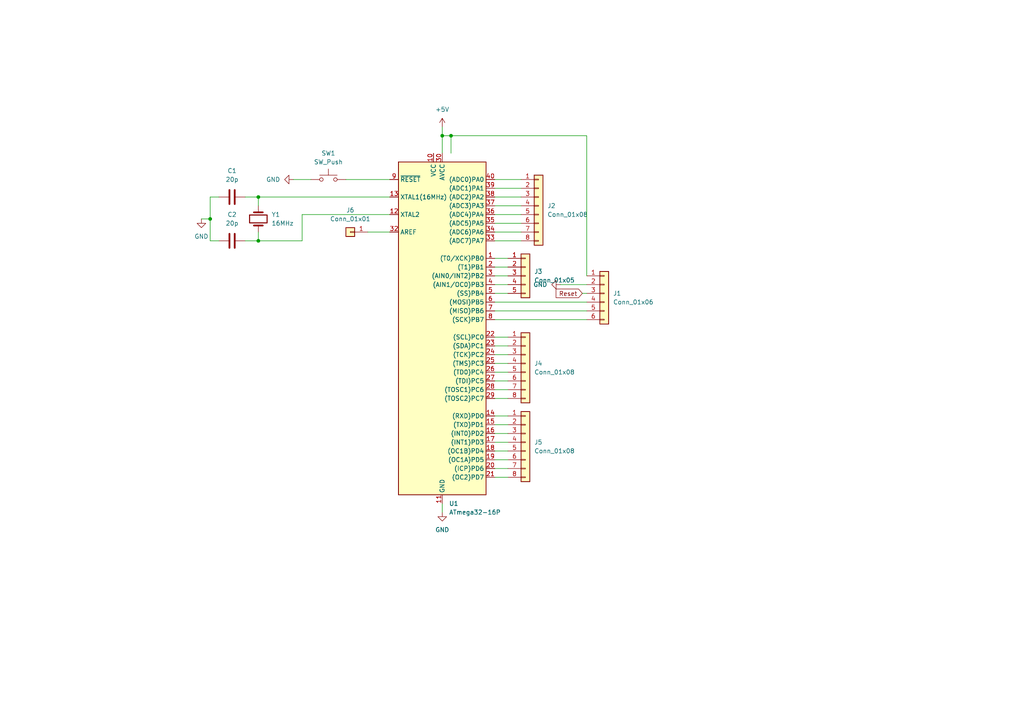
<source format=kicad_sch>
(kicad_sch (version 20230121) (generator eeschema)

  (uuid ebc46bed-920b-4815-bbc6-42b45db4b702)

  (paper "A4")

  (lib_symbols
    (symbol "Connector_Generic:Conn_01x01" (pin_names (offset 1.016) hide) (in_bom yes) (on_board yes)
      (property "Reference" "J" (at 0 2.54 0)
        (effects (font (size 1.27 1.27)))
      )
      (property "Value" "Conn_01x01" (at 0 -2.54 0)
        (effects (font (size 1.27 1.27)))
      )
      (property "Footprint" "" (at 0 0 0)
        (effects (font (size 1.27 1.27)) hide)
      )
      (property "Datasheet" "~" (at 0 0 0)
        (effects (font (size 1.27 1.27)) hide)
      )
      (property "ki_keywords" "connector" (at 0 0 0)
        (effects (font (size 1.27 1.27)) hide)
      )
      (property "ki_description" "Generic connector, single row, 01x01, script generated (kicad-library-utils/schlib/autogen/connector/)" (at 0 0 0)
        (effects (font (size 1.27 1.27)) hide)
      )
      (property "ki_fp_filters" "Connector*:*_1x??_*" (at 0 0 0)
        (effects (font (size 1.27 1.27)) hide)
      )
      (symbol "Conn_01x01_1_1"
        (rectangle (start -1.27 0.127) (end 0 -0.127)
          (stroke (width 0.1524) (type default))
          (fill (type none))
        )
        (rectangle (start -1.27 1.27) (end 1.27 -1.27)
          (stroke (width 0.254) (type default))
          (fill (type background))
        )
        (pin passive line (at -5.08 0 0) (length 3.81)
          (name "Pin_1" (effects (font (size 1.27 1.27))))
          (number "1" (effects (font (size 1.27 1.27))))
        )
      )
    )
    (symbol "Connector_Generic:Conn_01x05" (pin_names (offset 1.016) hide) (in_bom yes) (on_board yes)
      (property "Reference" "J" (at 0 7.62 0)
        (effects (font (size 1.27 1.27)))
      )
      (property "Value" "Conn_01x05" (at 0 -7.62 0)
        (effects (font (size 1.27 1.27)))
      )
      (property "Footprint" "" (at 0 0 0)
        (effects (font (size 1.27 1.27)) hide)
      )
      (property "Datasheet" "~" (at 0 0 0)
        (effects (font (size 1.27 1.27)) hide)
      )
      (property "ki_keywords" "connector" (at 0 0 0)
        (effects (font (size 1.27 1.27)) hide)
      )
      (property "ki_description" "Generic connector, single row, 01x05, script generated (kicad-library-utils/schlib/autogen/connector/)" (at 0 0 0)
        (effects (font (size 1.27 1.27)) hide)
      )
      (property "ki_fp_filters" "Connector*:*_1x??_*" (at 0 0 0)
        (effects (font (size 1.27 1.27)) hide)
      )
      (symbol "Conn_01x05_1_1"
        (rectangle (start -1.27 -4.953) (end 0 -5.207)
          (stroke (width 0.1524) (type default))
          (fill (type none))
        )
        (rectangle (start -1.27 -2.413) (end 0 -2.667)
          (stroke (width 0.1524) (type default))
          (fill (type none))
        )
        (rectangle (start -1.27 0.127) (end 0 -0.127)
          (stroke (width 0.1524) (type default))
          (fill (type none))
        )
        (rectangle (start -1.27 2.667) (end 0 2.413)
          (stroke (width 0.1524) (type default))
          (fill (type none))
        )
        (rectangle (start -1.27 5.207) (end 0 4.953)
          (stroke (width 0.1524) (type default))
          (fill (type none))
        )
        (rectangle (start -1.27 6.35) (end 1.27 -6.35)
          (stroke (width 0.254) (type default))
          (fill (type background))
        )
        (pin passive line (at -5.08 5.08 0) (length 3.81)
          (name "Pin_1" (effects (font (size 1.27 1.27))))
          (number "1" (effects (font (size 1.27 1.27))))
        )
        (pin passive line (at -5.08 2.54 0) (length 3.81)
          (name "Pin_2" (effects (font (size 1.27 1.27))))
          (number "2" (effects (font (size 1.27 1.27))))
        )
        (pin passive line (at -5.08 0 0) (length 3.81)
          (name "Pin_3" (effects (font (size 1.27 1.27))))
          (number "3" (effects (font (size 1.27 1.27))))
        )
        (pin passive line (at -5.08 -2.54 0) (length 3.81)
          (name "Pin_4" (effects (font (size 1.27 1.27))))
          (number "4" (effects (font (size 1.27 1.27))))
        )
        (pin passive line (at -5.08 -5.08 0) (length 3.81)
          (name "Pin_5" (effects (font (size 1.27 1.27))))
          (number "5" (effects (font (size 1.27 1.27))))
        )
      )
    )
    (symbol "Connector_Generic:Conn_01x06" (pin_names (offset 1.016) hide) (in_bom yes) (on_board yes)
      (property "Reference" "J" (at 0 7.62 0)
        (effects (font (size 1.27 1.27)))
      )
      (property "Value" "Conn_01x06" (at 0 -10.16 0)
        (effects (font (size 1.27 1.27)))
      )
      (property "Footprint" "" (at 0 0 0)
        (effects (font (size 1.27 1.27)) hide)
      )
      (property "Datasheet" "~" (at 0 0 0)
        (effects (font (size 1.27 1.27)) hide)
      )
      (property "ki_keywords" "connector" (at 0 0 0)
        (effects (font (size 1.27 1.27)) hide)
      )
      (property "ki_description" "Generic connector, single row, 01x06, script generated (kicad-library-utils/schlib/autogen/connector/)" (at 0 0 0)
        (effects (font (size 1.27 1.27)) hide)
      )
      (property "ki_fp_filters" "Connector*:*_1x??_*" (at 0 0 0)
        (effects (font (size 1.27 1.27)) hide)
      )
      (symbol "Conn_01x06_1_1"
        (rectangle (start -1.27 -7.493) (end 0 -7.747)
          (stroke (width 0.1524) (type default))
          (fill (type none))
        )
        (rectangle (start -1.27 -4.953) (end 0 -5.207)
          (stroke (width 0.1524) (type default))
          (fill (type none))
        )
        (rectangle (start -1.27 -2.413) (end 0 -2.667)
          (stroke (width 0.1524) (type default))
          (fill (type none))
        )
        (rectangle (start -1.27 0.127) (end 0 -0.127)
          (stroke (width 0.1524) (type default))
          (fill (type none))
        )
        (rectangle (start -1.27 2.667) (end 0 2.413)
          (stroke (width 0.1524) (type default))
          (fill (type none))
        )
        (rectangle (start -1.27 5.207) (end 0 4.953)
          (stroke (width 0.1524) (type default))
          (fill (type none))
        )
        (rectangle (start -1.27 6.35) (end 1.27 -8.89)
          (stroke (width 0.254) (type default))
          (fill (type background))
        )
        (pin passive line (at -5.08 5.08 0) (length 3.81)
          (name "Pin_1" (effects (font (size 1.27 1.27))))
          (number "1" (effects (font (size 1.27 1.27))))
        )
        (pin passive line (at -5.08 2.54 0) (length 3.81)
          (name "Pin_2" (effects (font (size 1.27 1.27))))
          (number "2" (effects (font (size 1.27 1.27))))
        )
        (pin passive line (at -5.08 0 0) (length 3.81)
          (name "Pin_3" (effects (font (size 1.27 1.27))))
          (number "3" (effects (font (size 1.27 1.27))))
        )
        (pin passive line (at -5.08 -2.54 0) (length 3.81)
          (name "Pin_4" (effects (font (size 1.27 1.27))))
          (number "4" (effects (font (size 1.27 1.27))))
        )
        (pin passive line (at -5.08 -5.08 0) (length 3.81)
          (name "Pin_5" (effects (font (size 1.27 1.27))))
          (number "5" (effects (font (size 1.27 1.27))))
        )
        (pin passive line (at -5.08 -7.62 0) (length 3.81)
          (name "Pin_6" (effects (font (size 1.27 1.27))))
          (number "6" (effects (font (size 1.27 1.27))))
        )
      )
    )
    (symbol "Connector_Generic:Conn_01x08" (pin_names (offset 1.016) hide) (in_bom yes) (on_board yes)
      (property "Reference" "J" (at 0 10.16 0)
        (effects (font (size 1.27 1.27)))
      )
      (property "Value" "Conn_01x08" (at 0 -12.7 0)
        (effects (font (size 1.27 1.27)))
      )
      (property "Footprint" "" (at 0 0 0)
        (effects (font (size 1.27 1.27)) hide)
      )
      (property "Datasheet" "~" (at 0 0 0)
        (effects (font (size 1.27 1.27)) hide)
      )
      (property "ki_keywords" "connector" (at 0 0 0)
        (effects (font (size 1.27 1.27)) hide)
      )
      (property "ki_description" "Generic connector, single row, 01x08, script generated (kicad-library-utils/schlib/autogen/connector/)" (at 0 0 0)
        (effects (font (size 1.27 1.27)) hide)
      )
      (property "ki_fp_filters" "Connector*:*_1x??_*" (at 0 0 0)
        (effects (font (size 1.27 1.27)) hide)
      )
      (symbol "Conn_01x08_1_1"
        (rectangle (start -1.27 -10.033) (end 0 -10.287)
          (stroke (width 0.1524) (type default))
          (fill (type none))
        )
        (rectangle (start -1.27 -7.493) (end 0 -7.747)
          (stroke (width 0.1524) (type default))
          (fill (type none))
        )
        (rectangle (start -1.27 -4.953) (end 0 -5.207)
          (stroke (width 0.1524) (type default))
          (fill (type none))
        )
        (rectangle (start -1.27 -2.413) (end 0 -2.667)
          (stroke (width 0.1524) (type default))
          (fill (type none))
        )
        (rectangle (start -1.27 0.127) (end 0 -0.127)
          (stroke (width 0.1524) (type default))
          (fill (type none))
        )
        (rectangle (start -1.27 2.667) (end 0 2.413)
          (stroke (width 0.1524) (type default))
          (fill (type none))
        )
        (rectangle (start -1.27 5.207) (end 0 4.953)
          (stroke (width 0.1524) (type default))
          (fill (type none))
        )
        (rectangle (start -1.27 7.747) (end 0 7.493)
          (stroke (width 0.1524) (type default))
          (fill (type none))
        )
        (rectangle (start -1.27 8.89) (end 1.27 -11.43)
          (stroke (width 0.254) (type default))
          (fill (type background))
        )
        (pin passive line (at -5.08 7.62 0) (length 3.81)
          (name "Pin_1" (effects (font (size 1.27 1.27))))
          (number "1" (effects (font (size 1.27 1.27))))
        )
        (pin passive line (at -5.08 5.08 0) (length 3.81)
          (name "Pin_2" (effects (font (size 1.27 1.27))))
          (number "2" (effects (font (size 1.27 1.27))))
        )
        (pin passive line (at -5.08 2.54 0) (length 3.81)
          (name "Pin_3" (effects (font (size 1.27 1.27))))
          (number "3" (effects (font (size 1.27 1.27))))
        )
        (pin passive line (at -5.08 0 0) (length 3.81)
          (name "Pin_4" (effects (font (size 1.27 1.27))))
          (number "4" (effects (font (size 1.27 1.27))))
        )
        (pin passive line (at -5.08 -2.54 0) (length 3.81)
          (name "Pin_5" (effects (font (size 1.27 1.27))))
          (number "5" (effects (font (size 1.27 1.27))))
        )
        (pin passive line (at -5.08 -5.08 0) (length 3.81)
          (name "Pin_6" (effects (font (size 1.27 1.27))))
          (number "6" (effects (font (size 1.27 1.27))))
        )
        (pin passive line (at -5.08 -7.62 0) (length 3.81)
          (name "Pin_7" (effects (font (size 1.27 1.27))))
          (number "7" (effects (font (size 1.27 1.27))))
        )
        (pin passive line (at -5.08 -10.16 0) (length 3.81)
          (name "Pin_8" (effects (font (size 1.27 1.27))))
          (number "8" (effects (font (size 1.27 1.27))))
        )
      )
    )
    (symbol "Device:C" (pin_numbers hide) (pin_names (offset 0.254)) (in_bom yes) (on_board yes)
      (property "Reference" "C" (at 0.635 2.54 0)
        (effects (font (size 1.27 1.27)) (justify left))
      )
      (property "Value" "C" (at 0.635 -2.54 0)
        (effects (font (size 1.27 1.27)) (justify left))
      )
      (property "Footprint" "" (at 0.9652 -3.81 0)
        (effects (font (size 1.27 1.27)) hide)
      )
      (property "Datasheet" "~" (at 0 0 0)
        (effects (font (size 1.27 1.27)) hide)
      )
      (property "ki_keywords" "cap capacitor" (at 0 0 0)
        (effects (font (size 1.27 1.27)) hide)
      )
      (property "ki_description" "Unpolarized capacitor" (at 0 0 0)
        (effects (font (size 1.27 1.27)) hide)
      )
      (property "ki_fp_filters" "C_*" (at 0 0 0)
        (effects (font (size 1.27 1.27)) hide)
      )
      (symbol "C_0_1"
        (polyline
          (pts
            (xy -2.032 -0.762)
            (xy 2.032 -0.762)
          )
          (stroke (width 0.508) (type default))
          (fill (type none))
        )
        (polyline
          (pts
            (xy -2.032 0.762)
            (xy 2.032 0.762)
          )
          (stroke (width 0.508) (type default))
          (fill (type none))
        )
      )
      (symbol "C_1_1"
        (pin passive line (at 0 3.81 270) (length 2.794)
          (name "~" (effects (font (size 1.27 1.27))))
          (number "1" (effects (font (size 1.27 1.27))))
        )
        (pin passive line (at 0 -3.81 90) (length 2.794)
          (name "~" (effects (font (size 1.27 1.27))))
          (number "2" (effects (font (size 1.27 1.27))))
        )
      )
    )
    (symbol "Device:Crystal" (pin_numbers hide) (pin_names (offset 1.016) hide) (in_bom yes) (on_board yes)
      (property "Reference" "Y" (at 0 3.81 0)
        (effects (font (size 1.27 1.27)))
      )
      (property "Value" "Crystal" (at 0 -3.81 0)
        (effects (font (size 1.27 1.27)))
      )
      (property "Footprint" "" (at 0 0 0)
        (effects (font (size 1.27 1.27)) hide)
      )
      (property "Datasheet" "~" (at 0 0 0)
        (effects (font (size 1.27 1.27)) hide)
      )
      (property "ki_keywords" "quartz ceramic resonator oscillator" (at 0 0 0)
        (effects (font (size 1.27 1.27)) hide)
      )
      (property "ki_description" "Two pin crystal" (at 0 0 0)
        (effects (font (size 1.27 1.27)) hide)
      )
      (property "ki_fp_filters" "Crystal*" (at 0 0 0)
        (effects (font (size 1.27 1.27)) hide)
      )
      (symbol "Crystal_0_1"
        (rectangle (start -1.143 2.54) (end 1.143 -2.54)
          (stroke (width 0.3048) (type default))
          (fill (type none))
        )
        (polyline
          (pts
            (xy -2.54 0)
            (xy -1.905 0)
          )
          (stroke (width 0) (type default))
          (fill (type none))
        )
        (polyline
          (pts
            (xy -1.905 -1.27)
            (xy -1.905 1.27)
          )
          (stroke (width 0.508) (type default))
          (fill (type none))
        )
        (polyline
          (pts
            (xy 1.905 -1.27)
            (xy 1.905 1.27)
          )
          (stroke (width 0.508) (type default))
          (fill (type none))
        )
        (polyline
          (pts
            (xy 2.54 0)
            (xy 1.905 0)
          )
          (stroke (width 0) (type default))
          (fill (type none))
        )
      )
      (symbol "Crystal_1_1"
        (pin passive line (at -3.81 0 0) (length 1.27)
          (name "1" (effects (font (size 1.27 1.27))))
          (number "1" (effects (font (size 1.27 1.27))))
        )
        (pin passive line (at 3.81 0 180) (length 1.27)
          (name "2" (effects (font (size 1.27 1.27))))
          (number "2" (effects (font (size 1.27 1.27))))
        )
      )
    )
    (symbol "MCU_Microchip_ATmega:ATmega32-16P" (in_bom yes) (on_board yes)
      (property "Reference" "U1" (at 1.9559 -50.8 0)
        (effects (font (size 1.27 1.27)) (justify left))
      )
      (property "Value" "ATmega32-16P" (at 1.9559 -53.34 0)
        (effects (font (size 1.27 1.27)) (justify left))
      )
      (property "Footprint" "Package_DIP:DIP-40_W15.24mm" (at 0 0 0)
        (effects (font (size 1.27 1.27) italic) hide)
      )
      (property "Datasheet" "http://ww1.microchip.com/downloads/en/DeviceDoc/doc2503.pdf" (at 0 0 0)
        (effects (font (size 1.27 1.27)) hide)
      )
      (property "ki_keywords" "AVR 8bit Microcontroller MegaAVR" (at 0 0 0)
        (effects (font (size 1.27 1.27)) hide)
      )
      (property "ki_description" "16MHz, 32kB Flash, 2kB SRAM, 1kB EEPROM, JTAG, DIP-40" (at 0 0 0)
        (effects (font (size 1.27 1.27)) hide)
      )
      (property "ki_fp_filters" "DIP*W15.24mm*" (at 0 0 0)
        (effects (font (size 1.27 1.27)) hide)
      )
      (symbol "ATmega32-16P_0_1"
        (rectangle (start -12.7 -48.26) (end 12.7 48.26)
          (stroke (width 0.254) (type default))
          (fill (type background))
        )
      )
      (symbol "ATmega32-16P_1_1"
        (pin bidirectional line (at 15.24 20.32 180) (length 2.54)
          (name "(T0/XCK)PB0" (effects (font (size 1.27 1.27))))
          (number "1" (effects (font (size 1.27 1.27))))
        )
        (pin power_in line (at -2.54 50.8 270) (length 2.54)
          (name "VCC" (effects (font (size 1.27 1.27))))
          (number "10" (effects (font (size 1.27 1.27))))
        )
        (pin power_in line (at 0 -50.8 90) (length 2.54)
          (name "GND" (effects (font (size 1.27 1.27))))
          (number "11" (effects (font (size 1.27 1.27))))
        )
        (pin output line (at -15.24 33.02 0) (length 2.54)
          (name "XTAL2" (effects (font (size 1.27 1.27))))
          (number "12" (effects (font (size 1.27 1.27))))
        )
        (pin input line (at -15.24 38.1 0) (length 2.54)
          (name "XTAL1(16MHz)" (effects (font (size 1.27 1.27))))
          (number "13" (effects (font (size 1.27 1.27))))
        )
        (pin bidirectional line (at 15.24 -25.4 180) (length 2.54)
          (name "(RXD)PD0" (effects (font (size 1.27 1.27))))
          (number "14" (effects (font (size 1.27 1.27))))
        )
        (pin bidirectional line (at 15.24 -27.94 180) (length 2.54)
          (name "(TXD)PD1" (effects (font (size 1.27 1.27))))
          (number "15" (effects (font (size 1.27 1.27))))
        )
        (pin bidirectional line (at 15.24 -30.48 180) (length 2.54)
          (name "(INT0)PD2" (effects (font (size 1.27 1.27))))
          (number "16" (effects (font (size 1.27 1.27))))
        )
        (pin bidirectional line (at 15.24 -33.02 180) (length 2.54)
          (name "(INT1)PD3" (effects (font (size 1.27 1.27))))
          (number "17" (effects (font (size 1.27 1.27))))
        )
        (pin bidirectional line (at 15.24 -35.56 180) (length 2.54)
          (name "(OC1B)PD4" (effects (font (size 1.27 1.27))))
          (number "18" (effects (font (size 1.27 1.27))))
        )
        (pin bidirectional line (at 15.24 -38.1 180) (length 2.54)
          (name "(OC1A)PD5" (effects (font (size 1.27 1.27))))
          (number "19" (effects (font (size 1.27 1.27))))
        )
        (pin bidirectional line (at 15.24 17.78 180) (length 2.54)
          (name "(T1)PB1" (effects (font (size 1.27 1.27))))
          (number "2" (effects (font (size 1.27 1.27))))
        )
        (pin bidirectional line (at 15.24 -40.64 180) (length 2.54)
          (name "(ICP)PD6" (effects (font (size 1.27 1.27))))
          (number "20" (effects (font (size 1.27 1.27))))
        )
        (pin bidirectional line (at 15.24 -43.18 180) (length 2.54)
          (name "(OC2)PD7" (effects (font (size 1.27 1.27))))
          (number "21" (effects (font (size 1.27 1.27))))
        )
        (pin bidirectional line (at 15.24 -2.54 180) (length 2.54)
          (name "(SCL)PC0" (effects (font (size 1.27 1.27))))
          (number "22" (effects (font (size 1.27 1.27))))
        )
        (pin bidirectional line (at 15.24 -5.08 180) (length 2.54)
          (name "(SDA)PC1" (effects (font (size 1.27 1.27))))
          (number "23" (effects (font (size 1.27 1.27))))
        )
        (pin bidirectional line (at 15.24 -7.62 180) (length 2.54)
          (name "(TCK)PC2" (effects (font (size 1.27 1.27))))
          (number "24" (effects (font (size 1.27 1.27))))
        )
        (pin bidirectional line (at 15.24 -10.16 180) (length 2.54)
          (name "(TMS)PC3" (effects (font (size 1.27 1.27))))
          (number "25" (effects (font (size 1.27 1.27))))
        )
        (pin bidirectional line (at 15.24 -12.7 180) (length 2.54)
          (name "(TD0)PC4" (effects (font (size 1.27 1.27))))
          (number "26" (effects (font (size 1.27 1.27))))
        )
        (pin bidirectional line (at 15.24 -15.24 180) (length 2.54)
          (name "(TDI)PC5" (effects (font (size 1.27 1.27))))
          (number "27" (effects (font (size 1.27 1.27))))
        )
        (pin bidirectional line (at 15.24 -17.78 180) (length 2.54)
          (name "(TOSC1)PC6" (effects (font (size 1.27 1.27))))
          (number "28" (effects (font (size 1.27 1.27))))
        )
        (pin bidirectional line (at 15.24 -20.32 180) (length 2.54)
          (name "(TOSC2)PC7" (effects (font (size 1.27 1.27))))
          (number "29" (effects (font (size 1.27 1.27))))
        )
        (pin bidirectional line (at 15.24 15.24 180) (length 2.54)
          (name "(AIN0/INT2)PB2" (effects (font (size 1.27 1.27))))
          (number "3" (effects (font (size 1.27 1.27))))
        )
        (pin power_in line (at 0 50.8 270) (length 2.54)
          (name "AVCC" (effects (font (size 1.27 1.27))))
          (number "30" (effects (font (size 1.27 1.27))))
        )
        (pin passive line (at 0 -50.8 90) (length 2.54) hide
          (name "GND" (effects (font (size 1.27 1.27))))
          (number "31" (effects (font (size 1.27 1.27))))
        )
        (pin passive line (at -15.24 27.94 0) (length 2.54)
          (name "AREF" (effects (font (size 1.27 1.27))))
          (number "32" (effects (font (size 1.27 1.27))))
        )
        (pin bidirectional line (at 15.24 25.4 180) (length 2.54)
          (name "(ADC7)PA7" (effects (font (size 1.27 1.27))))
          (number "33" (effects (font (size 1.27 1.27))))
        )
        (pin bidirectional line (at 15.24 27.94 180) (length 2.54)
          (name "(ADC6)PA6" (effects (font (size 1.27 1.27))))
          (number "34" (effects (font (size 1.27 1.27))))
        )
        (pin bidirectional line (at 15.24 30.48 180) (length 2.54)
          (name "(ADC5)PA5" (effects (font (size 1.27 1.27))))
          (number "35" (effects (font (size 1.27 1.27))))
        )
        (pin bidirectional line (at 15.24 33.02 180) (length 2.54)
          (name "(ADC4)PA4" (effects (font (size 1.27 1.27))))
          (number "36" (effects (font (size 1.27 1.27))))
        )
        (pin bidirectional line (at 15.24 35.56 180) (length 2.54)
          (name "(ADC3)PA3" (effects (font (size 1.27 1.27))))
          (number "37" (effects (font (size 1.27 1.27))))
        )
        (pin bidirectional line (at 15.24 38.1 180) (length 2.54)
          (name "(ADC2)PA2" (effects (font (size 1.27 1.27))))
          (number "38" (effects (font (size 1.27 1.27))))
        )
        (pin bidirectional line (at 15.24 40.64 180) (length 2.54)
          (name "(ADC1)PA1" (effects (font (size 1.27 1.27))))
          (number "39" (effects (font (size 1.27 1.27))))
        )
        (pin bidirectional line (at 15.24 12.7 180) (length 2.54)
          (name "(AIN1/OC0)PB3" (effects (font (size 1.27 1.27))))
          (number "4" (effects (font (size 1.27 1.27))))
        )
        (pin bidirectional line (at 15.24 43.18 180) (length 2.54)
          (name "(ADC0)PA0" (effects (font (size 1.27 1.27))))
          (number "40" (effects (font (size 1.27 1.27))))
        )
        (pin bidirectional line (at 15.24 10.16 180) (length 2.54)
          (name "(SS)PB4" (effects (font (size 1.27 1.27))))
          (number "5" (effects (font (size 1.27 1.27))))
        )
        (pin bidirectional line (at 15.24 7.62 180) (length 2.54)
          (name "(MOSI)PB5" (effects (font (size 1.27 1.27))))
          (number "6" (effects (font (size 1.27 1.27))))
        )
        (pin bidirectional line (at 15.24 5.08 180) (length 2.54)
          (name "(MISO)PB6" (effects (font (size 1.27 1.27))))
          (number "7" (effects (font (size 1.27 1.27))))
        )
        (pin bidirectional line (at 15.24 2.54 180) (length 2.54)
          (name "(SCK)PB7" (effects (font (size 1.27 1.27))))
          (number "8" (effects (font (size 1.27 1.27))))
        )
        (pin input line (at -15.24 43.18 0) (length 2.54)
          (name "~{RESET}" (effects (font (size 1.27 1.27))))
          (number "9" (effects (font (size 1.27 1.27))))
        )
      )
    )
    (symbol "Switch:SW_Push" (pin_numbers hide) (pin_names (offset 1.016) hide) (in_bom yes) (on_board yes)
      (property "Reference" "SW" (at 1.27 2.54 0)
        (effects (font (size 1.27 1.27)) (justify left))
      )
      (property "Value" "SW_Push" (at 0 -1.524 0)
        (effects (font (size 1.27 1.27)))
      )
      (property "Footprint" "" (at 0 5.08 0)
        (effects (font (size 1.27 1.27)) hide)
      )
      (property "Datasheet" "~" (at 0 5.08 0)
        (effects (font (size 1.27 1.27)) hide)
      )
      (property "ki_keywords" "switch normally-open pushbutton push-button" (at 0 0 0)
        (effects (font (size 1.27 1.27)) hide)
      )
      (property "ki_description" "Push button switch, generic, two pins" (at 0 0 0)
        (effects (font (size 1.27 1.27)) hide)
      )
      (symbol "SW_Push_0_1"
        (circle (center -2.032 0) (radius 0.508)
          (stroke (width 0) (type default))
          (fill (type none))
        )
        (polyline
          (pts
            (xy 0 1.27)
            (xy 0 3.048)
          )
          (stroke (width 0) (type default))
          (fill (type none))
        )
        (polyline
          (pts
            (xy 2.54 1.27)
            (xy -2.54 1.27)
          )
          (stroke (width 0) (type default))
          (fill (type none))
        )
        (circle (center 2.032 0) (radius 0.508)
          (stroke (width 0) (type default))
          (fill (type none))
        )
        (pin passive line (at -5.08 0 0) (length 2.54)
          (name "1" (effects (font (size 1.27 1.27))))
          (number "1" (effects (font (size 1.27 1.27))))
        )
        (pin passive line (at 5.08 0 180) (length 2.54)
          (name "2" (effects (font (size 1.27 1.27))))
          (number "2" (effects (font (size 1.27 1.27))))
        )
      )
    )
    (symbol "power:+5V" (power) (pin_names (offset 0)) (in_bom yes) (on_board yes)
      (property "Reference" "#PWR" (at 0 -3.81 0)
        (effects (font (size 1.27 1.27)) hide)
      )
      (property "Value" "+5V" (at 0 3.556 0)
        (effects (font (size 1.27 1.27)))
      )
      (property "Footprint" "" (at 0 0 0)
        (effects (font (size 1.27 1.27)) hide)
      )
      (property "Datasheet" "" (at 0 0 0)
        (effects (font (size 1.27 1.27)) hide)
      )
      (property "ki_keywords" "global power" (at 0 0 0)
        (effects (font (size 1.27 1.27)) hide)
      )
      (property "ki_description" "Power symbol creates a global label with name \"+5V\"" (at 0 0 0)
        (effects (font (size 1.27 1.27)) hide)
      )
      (symbol "+5V_0_1"
        (polyline
          (pts
            (xy -0.762 1.27)
            (xy 0 2.54)
          )
          (stroke (width 0) (type default))
          (fill (type none))
        )
        (polyline
          (pts
            (xy 0 0)
            (xy 0 2.54)
          )
          (stroke (width 0) (type default))
          (fill (type none))
        )
        (polyline
          (pts
            (xy 0 2.54)
            (xy 0.762 1.27)
          )
          (stroke (width 0) (type default))
          (fill (type none))
        )
      )
      (symbol "+5V_1_1"
        (pin power_in line (at 0 0 90) (length 0) hide
          (name "+5V" (effects (font (size 1.27 1.27))))
          (number "1" (effects (font (size 1.27 1.27))))
        )
      )
    )
    (symbol "power:GND" (power) (pin_names (offset 0)) (in_bom yes) (on_board yes)
      (property "Reference" "#PWR" (at 0 -6.35 0)
        (effects (font (size 1.27 1.27)) hide)
      )
      (property "Value" "GND" (at 0 -3.81 0)
        (effects (font (size 1.27 1.27)))
      )
      (property "Footprint" "" (at 0 0 0)
        (effects (font (size 1.27 1.27)) hide)
      )
      (property "Datasheet" "" (at 0 0 0)
        (effects (font (size 1.27 1.27)) hide)
      )
      (property "ki_keywords" "global power" (at 0 0 0)
        (effects (font (size 1.27 1.27)) hide)
      )
      (property "ki_description" "Power symbol creates a global label with name \"GND\" , ground" (at 0 0 0)
        (effects (font (size 1.27 1.27)) hide)
      )
      (symbol "GND_0_1"
        (polyline
          (pts
            (xy 0 0)
            (xy 0 -1.27)
            (xy 1.27 -1.27)
            (xy 0 -2.54)
            (xy -1.27 -1.27)
            (xy 0 -1.27)
          )
          (stroke (width 0) (type default))
          (fill (type none))
        )
      )
      (symbol "GND_1_1"
        (pin power_in line (at 0 0 270) (length 0) hide
          (name "GND" (effects (font (size 1.27 1.27))))
          (number "1" (effects (font (size 1.27 1.27))))
        )
      )
    )
  )

  (junction (at 128.27 39.37) (diameter 0) (color 0 0 0 0)
    (uuid 5865d93b-dcc4-499e-b6fd-58e133570139)
  )
  (junction (at 130.81 39.37) (diameter 0) (color 0 0 0 0)
    (uuid 8dfe7c7d-e789-4e05-84cc-108ce161bd44)
  )
  (junction (at 60.96 63.5) (diameter 0) (color 0 0 0 0)
    (uuid a0a8e2e5-c228-4336-b983-f24836513a0b)
  )
  (junction (at 74.93 57.15) (diameter 0) (color 0 0 0 0)
    (uuid b34ec134-380d-4011-bdc3-7ca4a45dd57f)
  )
  (junction (at 74.93 69.85) (diameter 0) (color 0 0 0 0)
    (uuid c40654ca-fbbd-4d18-b850-0cf52eab2d03)
  )

  (wire (pts (xy 143.51 120.65) (xy 147.32 120.65))
    (stroke (width 0) (type default))
    (uuid 004c75b7-222d-4573-bcec-b90013a73a3c)
  )
  (wire (pts (xy 128.27 146.05) (xy 128.27 148.59))
    (stroke (width 0) (type default))
    (uuid 07a52368-e178-44c2-b54a-937258f8ae55)
  )
  (wire (pts (xy 143.51 125.73) (xy 147.32 125.73))
    (stroke (width 0) (type default))
    (uuid 12b4fb39-78f5-4eb0-adc1-262583177ac9)
  )
  (wire (pts (xy 128.27 39.37) (xy 128.27 44.45))
    (stroke (width 0) (type default))
    (uuid 16c9ab47-aa98-487e-9fa8-d509cb9c114d)
  )
  (wire (pts (xy 143.51 52.07) (xy 151.13 52.07))
    (stroke (width 0) (type default))
    (uuid 1ef3a9cd-8e7a-4ef7-9e67-8931363f2573)
  )
  (wire (pts (xy 162.56 82.55) (xy 170.18 82.55))
    (stroke (width 0) (type default))
    (uuid 25daf998-90c5-41b4-8411-75c862833030)
  )
  (wire (pts (xy 143.51 74.93) (xy 147.32 74.93))
    (stroke (width 0) (type default))
    (uuid 268d22fe-b650-4a6d-a3e7-b872a04d7cc5)
  )
  (wire (pts (xy 143.51 128.27) (xy 147.32 128.27))
    (stroke (width 0) (type default))
    (uuid 36b5b331-5c66-4488-9751-832f1a87e1fe)
  )
  (wire (pts (xy 143.51 64.77) (xy 151.13 64.77))
    (stroke (width 0) (type default))
    (uuid 373864f8-61f4-429d-ae6d-63c39b2ef929)
  )
  (wire (pts (xy 113.03 62.23) (xy 87.63 62.23))
    (stroke (width 0) (type default))
    (uuid 3807a658-8a3d-4c70-a9f1-865e5d16cc1f)
  )
  (wire (pts (xy 170.18 39.37) (xy 130.81 39.37))
    (stroke (width 0) (type default))
    (uuid 431cf315-e2fb-429d-9e31-7f90a1cce2d1)
  )
  (wire (pts (xy 143.51 57.15) (xy 151.13 57.15))
    (stroke (width 0) (type default))
    (uuid 4b5258c2-a343-433a-8322-b990afd5cfc6)
  )
  (wire (pts (xy 143.51 110.49) (xy 147.32 110.49))
    (stroke (width 0) (type default))
    (uuid 4e77963b-8229-465b-9b73-06f64a020644)
  )
  (wire (pts (xy 143.51 90.17) (xy 170.18 90.17))
    (stroke (width 0) (type default))
    (uuid 4f45b045-7f66-4862-baf9-3a4708ecaec0)
  )
  (wire (pts (xy 87.63 62.23) (xy 87.63 69.85))
    (stroke (width 0) (type default))
    (uuid 4fa510e9-86d5-45eb-aaf6-ad1239d6d4ea)
  )
  (wire (pts (xy 74.93 67.31) (xy 74.93 69.85))
    (stroke (width 0) (type default))
    (uuid 52a6928c-8a4b-40d8-8a89-6da14b93b0de)
  )
  (wire (pts (xy 58.42 63.5) (xy 60.96 63.5))
    (stroke (width 0) (type default))
    (uuid 5ada66e3-e3ba-49b1-a47b-a2f23ac30763)
  )
  (wire (pts (xy 143.51 130.81) (xy 147.32 130.81))
    (stroke (width 0) (type default))
    (uuid 65a11196-be26-479a-918a-240c4f6c6b54)
  )
  (wire (pts (xy 143.51 105.41) (xy 147.32 105.41))
    (stroke (width 0) (type default))
    (uuid 68ff71b4-eb48-4cd6-aacc-74aaf5c22950)
  )
  (wire (pts (xy 143.51 59.69) (xy 151.13 59.69))
    (stroke (width 0) (type default))
    (uuid 6a67877d-5263-417c-b345-c3ba54d11bb3)
  )
  (wire (pts (xy 130.81 44.45) (xy 130.81 39.37))
    (stroke (width 0) (type default))
    (uuid 6c3874a7-1b94-418a-b004-19fbeb1ce675)
  )
  (wire (pts (xy 143.51 107.95) (xy 147.32 107.95))
    (stroke (width 0) (type default))
    (uuid 7bac0bb6-41c4-4595-885d-3cadc1ffc23c)
  )
  (wire (pts (xy 106.68 67.31) (xy 113.03 67.31))
    (stroke (width 0) (type default))
    (uuid 7f3c05b8-68dd-4c7b-92ac-1de78fcfd183)
  )
  (wire (pts (xy 71.12 57.15) (xy 74.93 57.15))
    (stroke (width 0) (type default))
    (uuid 808115a7-1b53-4562-80a2-c0d8c15f857a)
  )
  (wire (pts (xy 143.51 69.85) (xy 151.13 69.85))
    (stroke (width 0) (type default))
    (uuid 89a7c498-32c2-41f0-b35f-1b23d0c83cbd)
  )
  (wire (pts (xy 143.51 135.89) (xy 147.32 135.89))
    (stroke (width 0) (type default))
    (uuid 91b5c89e-136b-4a8e-a778-105db16776e4)
  )
  (wire (pts (xy 143.51 54.61) (xy 151.13 54.61))
    (stroke (width 0) (type default))
    (uuid 9313e13d-8832-4b45-abaf-d966bd588d9a)
  )
  (wire (pts (xy 143.51 97.79) (xy 147.32 97.79))
    (stroke (width 0) (type default))
    (uuid 970bf148-695f-43c8-8f0d-b700e0cd6dd5)
  )
  (wire (pts (xy 143.51 82.55) (xy 147.32 82.55))
    (stroke (width 0) (type default))
    (uuid 98492236-9e44-4624-bc22-180e8be653c7)
  )
  (wire (pts (xy 143.51 138.43) (xy 147.32 138.43))
    (stroke (width 0) (type default))
    (uuid 987fbbfe-adbd-4163-a81f-ae5cf469a627)
  )
  (wire (pts (xy 74.93 69.85) (xy 87.63 69.85))
    (stroke (width 0) (type default))
    (uuid 9d816b50-ef94-4ebf-afd1-4e9d6f2eba12)
  )
  (wire (pts (xy 74.93 57.15) (xy 74.93 59.69))
    (stroke (width 0) (type default))
    (uuid 9ddd23dd-2ccf-455e-b4a9-8f9c1c25fcb1)
  )
  (wire (pts (xy 143.51 92.71) (xy 170.18 92.71))
    (stroke (width 0) (type default))
    (uuid a2425583-f77d-4016-ac8a-b350582d3bfd)
  )
  (wire (pts (xy 60.96 63.5) (xy 60.96 69.85))
    (stroke (width 0) (type default))
    (uuid a70bf6a3-7791-4ff7-9f4f-794f0990b9c7)
  )
  (wire (pts (xy 128.27 39.37) (xy 130.81 39.37))
    (stroke (width 0) (type default))
    (uuid a759283e-d9f9-41a0-bdda-e743f8f49020)
  )
  (wire (pts (xy 143.51 133.35) (xy 147.32 133.35))
    (stroke (width 0) (type default))
    (uuid a7870dd3-aa38-45d2-9e64-bf5dd3a43591)
  )
  (wire (pts (xy 168.91 85.09) (xy 170.18 85.09))
    (stroke (width 0) (type default))
    (uuid a89aeee4-6d60-45a7-8c23-d0dc5f57f64d)
  )
  (wire (pts (xy 85.09 52.07) (xy 90.17 52.07))
    (stroke (width 0) (type default))
    (uuid a9b7be64-0575-4d5c-9171-27c304a39e4d)
  )
  (wire (pts (xy 100.33 52.07) (xy 113.03 52.07))
    (stroke (width 0) (type default))
    (uuid ab5e72c6-9b4e-4e95-8f9f-d32ec9c76fad)
  )
  (wire (pts (xy 128.27 36.83) (xy 128.27 39.37))
    (stroke (width 0) (type default))
    (uuid b062b739-6de1-451d-8af6-53547b2e5946)
  )
  (wire (pts (xy 143.51 123.19) (xy 147.32 123.19))
    (stroke (width 0) (type default))
    (uuid b19fd56b-17d5-42ba-8a59-47f34d096016)
  )
  (wire (pts (xy 143.51 113.03) (xy 147.32 113.03))
    (stroke (width 0) (type default))
    (uuid b319e1e9-2b67-4131-8823-fe635d3b0cf2)
  )
  (wire (pts (xy 143.51 85.09) (xy 147.32 85.09))
    (stroke (width 0) (type default))
    (uuid b42c4144-9771-4db6-95b6-10c008536ae6)
  )
  (wire (pts (xy 143.51 77.47) (xy 147.32 77.47))
    (stroke (width 0) (type default))
    (uuid d1b4f9a6-eb90-4dc0-a6dc-de69ab293c9d)
  )
  (wire (pts (xy 60.96 57.15) (xy 60.96 63.5))
    (stroke (width 0) (type default))
    (uuid d38ac66f-ef1b-4348-b5ef-cdf5d061e7e7)
  )
  (wire (pts (xy 71.12 69.85) (xy 74.93 69.85))
    (stroke (width 0) (type default))
    (uuid d444754d-21ab-4c89-9561-a26f7160628c)
  )
  (wire (pts (xy 143.51 80.01) (xy 147.32 80.01))
    (stroke (width 0) (type default))
    (uuid debb4253-ece1-40f1-8d46-a1ad8624818d)
  )
  (wire (pts (xy 74.93 57.15) (xy 113.03 57.15))
    (stroke (width 0) (type default))
    (uuid e20999b9-da96-45aa-b471-30b59783a97b)
  )
  (wire (pts (xy 143.51 87.63) (xy 170.18 87.63))
    (stroke (width 0) (type default))
    (uuid e63b5f95-9b03-41ed-872f-876f3a332be5)
  )
  (wire (pts (xy 143.51 115.57) (xy 147.32 115.57))
    (stroke (width 0) (type default))
    (uuid e7604fea-e1a7-44f6-8bc4-e81f2a282dd3)
  )
  (wire (pts (xy 143.51 100.33) (xy 147.32 100.33))
    (stroke (width 0) (type default))
    (uuid ea6f3a99-e357-47f2-8fb4-5b75966f8793)
  )
  (wire (pts (xy 60.96 69.85) (xy 63.5 69.85))
    (stroke (width 0) (type default))
    (uuid ecbcec2e-950d-4065-9e30-8de3bd9976f5)
  )
  (wire (pts (xy 143.51 67.31) (xy 151.13 67.31))
    (stroke (width 0) (type default))
    (uuid f77e1edf-20d8-4f85-8773-064d1aac6e2b)
  )
  (wire (pts (xy 63.5 57.15) (xy 60.96 57.15))
    (stroke (width 0) (type default))
    (uuid fa2cf787-1c7e-493f-99e6-8665326681d6)
  )
  (wire (pts (xy 143.51 62.23) (xy 151.13 62.23))
    (stroke (width 0) (type default))
    (uuid fad17971-5d9b-477c-a40b-ebe62198ffa1)
  )
  (wire (pts (xy 143.51 102.87) (xy 147.32 102.87))
    (stroke (width 0) (type default))
    (uuid fc25e7c5-3047-40b5-81b2-319e0dab9ccb)
  )
  (wire (pts (xy 170.18 80.01) (xy 170.18 39.37))
    (stroke (width 0) (type default))
    (uuid fd5a5f83-11ba-4c3e-a234-e118b871365b)
  )

  (global_label "Reset" (shape input) (at 168.91 85.09 180) (fields_autoplaced)
    (effects (font (size 1.27 1.27)) (justify right))
    (uuid 11253b2e-ec56-4ddd-b685-5ef96c0eb4fc)
    (property "Intersheetrefs" "${INTERSHEET_REFS}" (at 160.8032 85.09 0)
      (effects (font (size 1.27 1.27)) (justify right) hide)
    )
  )

  (symbol (lib_id "Connector_Generic:Conn_01x08") (at 156.21 59.69 0) (unit 1)
    (in_bom yes) (on_board yes) (dnp no) (fields_autoplaced)
    (uuid 07686023-be3d-466d-9e97-c69af94d6b5a)
    (property "Reference" "J2" (at 158.75 59.69 0)
      (effects (font (size 1.27 1.27)) (justify left))
    )
    (property "Value" "Conn_01x08" (at 158.75 62.23 0)
      (effects (font (size 1.27 1.27)) (justify left))
    )
    (property "Footprint" "" (at 156.21 59.69 0)
      (effects (font (size 1.27 1.27)) hide)
    )
    (property "Datasheet" "~" (at 156.21 59.69 0)
      (effects (font (size 1.27 1.27)) hide)
    )
    (pin "1" (uuid 01610a43-a7a2-48a9-9946-65f68fa460a7))
    (pin "2" (uuid 1e969f38-f313-4ebf-9131-0d0a3e0d5865))
    (pin "3" (uuid 3a45aacd-199b-4752-8650-a743aef1d0de))
    (pin "4" (uuid 14038a15-fcec-48b8-b187-18071f35575d))
    (pin "5" (uuid a44451ca-fd35-4062-ac2f-1e30d8ee3d14))
    (pin "6" (uuid 9e6f1864-9152-4209-8c48-2e24f44dd7eb))
    (pin "7" (uuid 186ecad1-aac7-4190-8609-a65c6a5af4b7))
    (pin "8" (uuid 993579bd-2f5a-4762-b31a-4ceadb7ffa42))
    (instances
      (project "MCU Embedded PCB"
        (path "/ebc46bed-920b-4815-bbc6-42b45db4b702"
          (reference "J2") (unit 1)
        )
      )
    )
  )

  (symbol (lib_id "power:GND") (at 85.09 52.07 270) (unit 1)
    (in_bom yes) (on_board yes) (dnp no) (fields_autoplaced)
    (uuid 477d1250-7bec-4d85-8cfd-6cc01ff3f310)
    (property "Reference" "#PWR05" (at 78.74 52.07 0)
      (effects (font (size 1.27 1.27)) hide)
    )
    (property "Value" "GND" (at 81.28 52.07 90)
      (effects (font (size 1.27 1.27)) (justify right))
    )
    (property "Footprint" "" (at 85.09 52.07 0)
      (effects (font (size 1.27 1.27)) hide)
    )
    (property "Datasheet" "" (at 85.09 52.07 0)
      (effects (font (size 1.27 1.27)) hide)
    )
    (pin "1" (uuid 17a7ee2a-2e95-4f21-a96d-e8fdec37ee02))
    (instances
      (project "MCU Embedded PCB"
        (path "/ebc46bed-920b-4815-bbc6-42b45db4b702"
          (reference "#PWR05") (unit 1)
        )
      )
    )
  )

  (symbol (lib_id "power:GND") (at 162.56 82.55 270) (unit 1)
    (in_bom yes) (on_board yes) (dnp no) (fields_autoplaced)
    (uuid 55e9039e-b06b-4067-93d1-278f6f9daca8)
    (property "Reference" "#PWR03" (at 156.21 82.55 0)
      (effects (font (size 1.27 1.27)) hide)
    )
    (property "Value" "GND" (at 158.75 82.55 90)
      (effects (font (size 1.27 1.27)) (justify right))
    )
    (property "Footprint" "" (at 162.56 82.55 0)
      (effects (font (size 1.27 1.27)) hide)
    )
    (property "Datasheet" "" (at 162.56 82.55 0)
      (effects (font (size 1.27 1.27)) hide)
    )
    (pin "1" (uuid 6cd7b539-a3c0-464f-89b0-e5d3b0d93050))
    (instances
      (project "MCU Embedded PCB"
        (path "/ebc46bed-920b-4815-bbc6-42b45db4b702"
          (reference "#PWR03") (unit 1)
        )
      )
    )
  )

  (symbol (lib_id "power:+5V") (at 128.27 36.83 0) (unit 1)
    (in_bom yes) (on_board yes) (dnp no) (fields_autoplaced)
    (uuid 5b7bb58d-0831-42c4-accf-fc39ae6143fd)
    (property "Reference" "#PWR02" (at 128.27 40.64 0)
      (effects (font (size 1.27 1.27)) hide)
    )
    (property "Value" "+5V" (at 128.27 31.75 0)
      (effects (font (size 1.27 1.27)))
    )
    (property "Footprint" "" (at 128.27 36.83 0)
      (effects (font (size 1.27 1.27)) hide)
    )
    (property "Datasheet" "" (at 128.27 36.83 0)
      (effects (font (size 1.27 1.27)) hide)
    )
    (pin "1" (uuid a40118a2-92e9-408d-b533-71f476c45eb1))
    (instances
      (project "MCU Embedded PCB"
        (path "/ebc46bed-920b-4815-bbc6-42b45db4b702"
          (reference "#PWR02") (unit 1)
        )
      )
    )
  )

  (symbol (lib_id "Connector_Generic:Conn_01x06") (at 175.26 85.09 0) (unit 1)
    (in_bom yes) (on_board yes) (dnp no) (fields_autoplaced)
    (uuid 5ce8997a-48bf-4810-a390-a3134be0a1e2)
    (property "Reference" "J1" (at 177.8 85.09 0)
      (effects (font (size 1.27 1.27)) (justify left))
    )
    (property "Value" "Conn_01x06" (at 177.8 87.63 0)
      (effects (font (size 1.27 1.27)) (justify left))
    )
    (property "Footprint" "" (at 175.26 85.09 0)
      (effects (font (size 1.27 1.27)) hide)
    )
    (property "Datasheet" "~" (at 175.26 85.09 0)
      (effects (font (size 1.27 1.27)) hide)
    )
    (pin "1" (uuid 02527e7c-ff9d-4d3a-a7a8-40da68c21a87))
    (pin "2" (uuid 717cbc8a-deae-4a07-8853-d61ab9e7f79e))
    (pin "3" (uuid 5a4fd005-c3df-4118-bd81-bc7f0b918301))
    (pin "4" (uuid c32e599e-145e-40f1-9f02-5e499403c005))
    (pin "5" (uuid c5b76c31-65c4-454a-92d1-11a119065d01))
    (pin "6" (uuid 5c7654bf-52b7-40fc-9b73-e53026d0c78c))
    (instances
      (project "MCU Embedded PCB"
        (path "/ebc46bed-920b-4815-bbc6-42b45db4b702"
          (reference "J1") (unit 1)
        )
      )
    )
  )

  (symbol (lib_id "power:GND") (at 58.42 63.5 0) (unit 1)
    (in_bom yes) (on_board yes) (dnp no) (fields_autoplaced)
    (uuid 7bb6e64c-2eae-41ca-809c-99fea641e6ba)
    (property "Reference" "#PWR01" (at 58.42 69.85 0)
      (effects (font (size 1.27 1.27)) hide)
    )
    (property "Value" "GND" (at 58.42 68.58 0)
      (effects (font (size 1.27 1.27)))
    )
    (property "Footprint" "" (at 58.42 63.5 0)
      (effects (font (size 1.27 1.27)) hide)
    )
    (property "Datasheet" "" (at 58.42 63.5 0)
      (effects (font (size 1.27 1.27)) hide)
    )
    (pin "1" (uuid f220c9f6-2d4f-4635-9b95-71bb61092a91))
    (instances
      (project "MCU Embedded PCB"
        (path "/ebc46bed-920b-4815-bbc6-42b45db4b702"
          (reference "#PWR01") (unit 1)
        )
      )
    )
  )

  (symbol (lib_id "power:GND") (at 128.27 148.59 0) (unit 1)
    (in_bom yes) (on_board yes) (dnp no) (fields_autoplaced)
    (uuid 7df86596-8ac5-4107-b9fb-c594478b48d5)
    (property "Reference" "#PWR04" (at 128.27 154.94 0)
      (effects (font (size 1.27 1.27)) hide)
    )
    (property "Value" "GND" (at 128.27 153.67 0)
      (effects (font (size 1.27 1.27)))
    )
    (property "Footprint" "" (at 128.27 148.59 0)
      (effects (font (size 1.27 1.27)) hide)
    )
    (property "Datasheet" "" (at 128.27 148.59 0)
      (effects (font (size 1.27 1.27)) hide)
    )
    (pin "1" (uuid bfc77e47-dbcc-4ce2-addb-6d6fb7ee6a21))
    (instances
      (project "MCU Embedded PCB"
        (path "/ebc46bed-920b-4815-bbc6-42b45db4b702"
          (reference "#PWR04") (unit 1)
        )
      )
    )
  )

  (symbol (lib_id "Connector_Generic:Conn_01x08") (at 152.4 105.41 0) (unit 1)
    (in_bom yes) (on_board yes) (dnp no) (fields_autoplaced)
    (uuid 8c1ffe5c-61c7-4d5f-a7ec-d40e52a6344c)
    (property "Reference" "J4" (at 154.94 105.41 0)
      (effects (font (size 1.27 1.27)) (justify left))
    )
    (property "Value" "Conn_01x08" (at 154.94 107.95 0)
      (effects (font (size 1.27 1.27)) (justify left))
    )
    (property "Footprint" "" (at 152.4 105.41 0)
      (effects (font (size 1.27 1.27)) hide)
    )
    (property "Datasheet" "~" (at 152.4 105.41 0)
      (effects (font (size 1.27 1.27)) hide)
    )
    (pin "1" (uuid e37ac4eb-860a-4d67-873a-2d6e1387365e))
    (pin "2" (uuid 6fa9328f-a803-44c6-ba6d-46e218dfae8a))
    (pin "3" (uuid e10b77e3-751a-4d45-8f7c-d737dd7182de))
    (pin "4" (uuid 0dd38360-ea7a-42a8-b02d-c9d74159d81b))
    (pin "5" (uuid 71a99271-2fa3-4e4c-ace3-a013d2480081))
    (pin "6" (uuid 0527de3e-55a1-41fb-87b7-25dd88ae4133))
    (pin "7" (uuid 68c02e03-25f1-42e0-aa91-68cd2ade141a))
    (pin "8" (uuid 57813404-5e2a-43f3-a7c9-00dfed21ad8d))
    (instances
      (project "MCU Embedded PCB"
        (path "/ebc46bed-920b-4815-bbc6-42b45db4b702"
          (reference "J4") (unit 1)
        )
      )
    )
  )

  (symbol (lib_id "MCU_Microchip_ATmega:ATmega32-16P") (at 128.27 95.25 0) (unit 1)
    (in_bom yes) (on_board yes) (dnp no) (fields_autoplaced)
    (uuid a6128081-d507-4ad0-b7da-ded0c4116fbf)
    (property "Reference" "U1" (at 130.2259 146.05 0)
      (effects (font (size 1.27 1.27)) (justify left))
    )
    (property "Value" "ATmega32-16P" (at 130.2259 148.59 0)
      (effects (font (size 1.27 1.27)) (justify left))
    )
    (property "Footprint" "Package_DIP:DIP-40_W15.24mm" (at 128.27 95.25 0)
      (effects (font (size 1.27 1.27) italic) hide)
    )
    (property "Datasheet" "http://ww1.microchip.com/downloads/en/DeviceDoc/doc2503.pdf" (at 128.27 95.25 0)
      (effects (font (size 1.27 1.27)) hide)
    )
    (pin "1" (uuid 152d778d-18a9-44bc-abc5-cee5e1d33f93))
    (pin "10" (uuid e58f1518-efac-4352-876c-5a084e34ab36))
    (pin "11" (uuid 4d24d7ff-7c90-4925-8f55-40aa8dd15810))
    (pin "12" (uuid 54dae812-1f4b-477c-bc43-997ec9162180))
    (pin "13" (uuid c0f223c0-4f5a-446a-b2c9-e8ef2f6b6aee))
    (pin "14" (uuid af7a6b0a-ba7c-4822-8453-5467537a9649))
    (pin "15" (uuid 5cd23259-99da-42a1-af4e-822a30f51e99))
    (pin "16" (uuid 30ad41cb-007e-440b-b572-77ce4c0ca65d))
    (pin "17" (uuid 096d26a0-1241-422a-90cd-0cc6c626daae))
    (pin "18" (uuid c99752e5-6917-411b-9af5-5431ada28a1b))
    (pin "19" (uuid c39909aa-458e-4969-bda3-dba95bc9202f))
    (pin "2" (uuid 9e2ca253-16ba-47a3-a8ca-c51d1a7f2a37))
    (pin "20" (uuid ae5b1d9d-1d3b-4c3e-b868-517369131fac))
    (pin "21" (uuid 38379092-9d82-47d0-ab2f-7f71cf364a0d))
    (pin "22" (uuid c282b3bd-4542-4c75-94ce-fa212038a88b))
    (pin "23" (uuid bc7e4885-0f02-4bd8-8fbd-e93249f2216e))
    (pin "24" (uuid a6e6614c-5dc2-4d25-a98d-7db3bf6b379e))
    (pin "25" (uuid 00cc5c60-3935-40b3-b8c9-b884be610908))
    (pin "26" (uuid e67140b9-e367-4eb3-b334-d2ae4a96676f))
    (pin "27" (uuid c63aff7c-61a9-45e4-aaec-52b8ccbb0c12))
    (pin "28" (uuid 4b63c14f-f340-41f2-8fec-8f8748c3015d))
    (pin "29" (uuid b05c2185-2ddd-4777-b9b5-da928f3f5340))
    (pin "3" (uuid 4311ece3-62d5-4001-8cb5-30f2c559b9d3))
    (pin "30" (uuid dddf2065-0f6d-478c-8b86-d56b8830c734))
    (pin "31" (uuid a173ff92-42fd-4ff5-b01b-6982cba769de))
    (pin "32" (uuid bfa45f1e-54d3-4c43-b19f-992dde8186e1))
    (pin "33" (uuid a6c2efed-cf3c-498e-8419-f2a5817a5e0c))
    (pin "34" (uuid 7b9f8fa9-1fc8-43ab-8587-7bf7efbe60de))
    (pin "35" (uuid 3e21ff5e-00b8-4da3-b809-5d0cb4f31277))
    (pin "36" (uuid 2f91bb5c-b258-4ce1-a650-5c1af6340b31))
    (pin "37" (uuid e2168132-6e2f-45ca-89b6-0e1ced912637))
    (pin "38" (uuid 927209dc-0252-4454-a36c-cef60aed69af))
    (pin "39" (uuid d8492d76-f9ff-485b-a5b0-65621b3dc646))
    (pin "4" (uuid adb68993-1e72-4fa2-bd50-e86a2510de3f))
    (pin "40" (uuid 670762f3-c164-4fca-9b69-cffdadb0356b))
    (pin "5" (uuid 06504448-450b-4152-ac86-76fe3c7afe6d))
    (pin "6" (uuid 612bcdb7-b34a-432a-a945-8b99841b3686))
    (pin "7" (uuid f9d20492-d9f0-454b-a881-cd0ff7374db3))
    (pin "8" (uuid 431cecd4-4daf-4bbe-afe0-47329267ec2d))
    (pin "9" (uuid 0fd56fdd-a19a-424d-a1a1-c5996eca4bb7))
    (instances
      (project "MCU Embedded PCB"
        (path "/ebc46bed-920b-4815-bbc6-42b45db4b702"
          (reference "U1") (unit 1)
        )
      )
    )
  )

  (symbol (lib_id "Connector_Generic:Conn_01x08") (at 152.4 128.27 0) (unit 1)
    (in_bom yes) (on_board yes) (dnp no) (fields_autoplaced)
    (uuid b9e0b701-2c98-4b3e-9f0f-3508d10b6e6b)
    (property "Reference" "J5" (at 154.94 128.27 0)
      (effects (font (size 1.27 1.27)) (justify left))
    )
    (property "Value" "Conn_01x08" (at 154.94 130.81 0)
      (effects (font (size 1.27 1.27)) (justify left))
    )
    (property "Footprint" "" (at 152.4 128.27 0)
      (effects (font (size 1.27 1.27)) hide)
    )
    (property "Datasheet" "~" (at 152.4 128.27 0)
      (effects (font (size 1.27 1.27)) hide)
    )
    (pin "1" (uuid ef318103-29fb-4914-a8f7-80886fbe631a))
    (pin "2" (uuid 712ec4b4-d526-4cde-b66a-f56f7a604635))
    (pin "3" (uuid c429b5e2-3417-4317-9042-d2eb649b109a))
    (pin "4" (uuid 8053c051-dbbd-4dd6-bc34-451a3fb506cb))
    (pin "5" (uuid fc3f84bb-3b58-4807-a54f-4b085f2ce37a))
    (pin "6" (uuid 5f66add4-6a1b-4328-9cbe-76a44c64a064))
    (pin "7" (uuid 63e93160-245b-40c6-93fd-3a5f3a681742))
    (pin "8" (uuid da95da56-79cd-4ca1-b28c-60ad282aa9b4))
    (instances
      (project "MCU Embedded PCB"
        (path "/ebc46bed-920b-4815-bbc6-42b45db4b702"
          (reference "J5") (unit 1)
        )
      )
    )
  )

  (symbol (lib_id "Device:C") (at 67.31 57.15 90) (unit 1)
    (in_bom yes) (on_board yes) (dnp no) (fields_autoplaced)
    (uuid baabbfb6-aa15-4ca1-b84f-19a505364bc4)
    (property "Reference" "C1" (at 67.31 49.53 90)
      (effects (font (size 1.27 1.27)))
    )
    (property "Value" "20p" (at 67.31 52.07 90)
      (effects (font (size 1.27 1.27)))
    )
    (property "Footprint" "" (at 71.12 56.1848 0)
      (effects (font (size 1.27 1.27)) hide)
    )
    (property "Datasheet" "~" (at 67.31 57.15 0)
      (effects (font (size 1.27 1.27)) hide)
    )
    (pin "1" (uuid ac15700d-d03b-40e4-8590-6d31455092bd))
    (pin "2" (uuid ba2aba9f-c118-4715-9482-0ad5cec6895c))
    (instances
      (project "MCU Embedded PCB"
        (path "/ebc46bed-920b-4815-bbc6-42b45db4b702"
          (reference "C1") (unit 1)
        )
      )
    )
  )

  (symbol (lib_id "Connector_Generic:Conn_01x05") (at 152.4 80.01 0) (unit 1)
    (in_bom yes) (on_board yes) (dnp no) (fields_autoplaced)
    (uuid c5c3404b-a603-4e70-95be-b5f7dd8172a3)
    (property "Reference" "J3" (at 154.94 78.74 0)
      (effects (font (size 1.27 1.27)) (justify left))
    )
    (property "Value" "Conn_01x05" (at 154.94 81.28 0)
      (effects (font (size 1.27 1.27)) (justify left))
    )
    (property "Footprint" "" (at 152.4 80.01 0)
      (effects (font (size 1.27 1.27)) hide)
    )
    (property "Datasheet" "~" (at 152.4 80.01 0)
      (effects (font (size 1.27 1.27)) hide)
    )
    (pin "1" (uuid c26f67ee-5ff6-4556-a35b-b46d1601b13b))
    (pin "2" (uuid 65763f70-f014-4153-b8c9-e12d2c527f62))
    (pin "3" (uuid 3499e796-5671-4a12-89b9-a3c6dfce5ee9))
    (pin "4" (uuid a32d0c8d-deee-4011-b504-8a6d5bc62ef4))
    (pin "5" (uuid d810a243-0daf-4e1e-a6c5-ec33d17daec8))
    (instances
      (project "MCU Embedded PCB"
        (path "/ebc46bed-920b-4815-bbc6-42b45db4b702"
          (reference "J3") (unit 1)
        )
      )
    )
  )

  (symbol (lib_id "Device:Crystal") (at 74.93 63.5 90) (unit 1)
    (in_bom yes) (on_board yes) (dnp no) (fields_autoplaced)
    (uuid cc6bd9a3-3a29-4f72-952c-8cec54a9ea33)
    (property "Reference" "Y1" (at 78.74 62.23 90)
      (effects (font (size 1.27 1.27)) (justify right))
    )
    (property "Value" "16MHz" (at 78.74 64.77 90)
      (effects (font (size 1.27 1.27)) (justify right))
    )
    (property "Footprint" "" (at 74.93 63.5 0)
      (effects (font (size 1.27 1.27)) hide)
    )
    (property "Datasheet" "~" (at 74.93 63.5 0)
      (effects (font (size 1.27 1.27)) hide)
    )
    (pin "1" (uuid a3605414-fd2e-48af-b0b1-8564cafbb2fa))
    (pin "2" (uuid 220f0aa6-fbeb-459b-b7dc-c6a583cdefe6))
    (instances
      (project "MCU Embedded PCB"
        (path "/ebc46bed-920b-4815-bbc6-42b45db4b702"
          (reference "Y1") (unit 1)
        )
      )
    )
  )

  (symbol (lib_id "Device:C") (at 67.31 69.85 90) (unit 1)
    (in_bom yes) (on_board yes) (dnp no) (fields_autoplaced)
    (uuid d1f79117-415c-4b6b-b646-00b0bfeb0135)
    (property "Reference" "C2" (at 67.31 62.23 90)
      (effects (font (size 1.27 1.27)))
    )
    (property "Value" "20p" (at 67.31 64.77 90)
      (effects (font (size 1.27 1.27)))
    )
    (property "Footprint" "" (at 71.12 68.8848 0)
      (effects (font (size 1.27 1.27)) hide)
    )
    (property "Datasheet" "~" (at 67.31 69.85 0)
      (effects (font (size 1.27 1.27)) hide)
    )
    (pin "1" (uuid eda3e37f-9a35-49e4-ba2f-10bb5e09105c))
    (pin "2" (uuid 463a9124-7b4c-4982-abd3-02b6a1b6e999))
    (instances
      (project "MCU Embedded PCB"
        (path "/ebc46bed-920b-4815-bbc6-42b45db4b702"
          (reference "C2") (unit 1)
        )
      )
    )
  )

  (symbol (lib_id "Switch:SW_Push") (at 95.25 52.07 0) (unit 1)
    (in_bom yes) (on_board yes) (dnp no) (fields_autoplaced)
    (uuid db8e9add-2b65-4713-a142-186d8cd6a969)
    (property "Reference" "SW1" (at 95.25 44.45 0)
      (effects (font (size 1.27 1.27)))
    )
    (property "Value" "SW_Push" (at 95.25 46.99 0)
      (effects (font (size 1.27 1.27)))
    )
    (property "Footprint" "" (at 95.25 46.99 0)
      (effects (font (size 1.27 1.27)) hide)
    )
    (property "Datasheet" "~" (at 95.25 46.99 0)
      (effects (font (size 1.27 1.27)) hide)
    )
    (pin "1" (uuid 68f80892-2074-4f68-b889-d985cf470bb5))
    (pin "2" (uuid 619f1a16-1acf-4162-92a6-b5a8b210619e))
    (instances
      (project "MCU Embedded PCB"
        (path "/ebc46bed-920b-4815-bbc6-42b45db4b702"
          (reference "SW1") (unit 1)
        )
      )
    )
  )

  (symbol (lib_id "Connector_Generic:Conn_01x01") (at 101.6 67.31 180) (unit 1)
    (in_bom yes) (on_board yes) (dnp no) (fields_autoplaced)
    (uuid fd0e2bca-3ba2-4540-92f0-0e56cb219d6b)
    (property "Reference" "J6" (at 101.6 60.96 0)
      (effects (font (size 1.27 1.27)))
    )
    (property "Value" "Conn_01x01" (at 101.6 63.5 0)
      (effects (font (size 1.27 1.27)))
    )
    (property "Footprint" "" (at 101.6 67.31 0)
      (effects (font (size 1.27 1.27)) hide)
    )
    (property "Datasheet" "~" (at 101.6 67.31 0)
      (effects (font (size 1.27 1.27)) hide)
    )
    (pin "1" (uuid bf91f70f-a682-4ddf-92b3-59fbb0a9c54d))
    (instances
      (project "MCU Embedded PCB"
        (path "/ebc46bed-920b-4815-bbc6-42b45db4b702"
          (reference "J6") (unit 1)
        )
      )
    )
  )

  (sheet_instances
    (path "/" (page "1"))
  )
)

</source>
